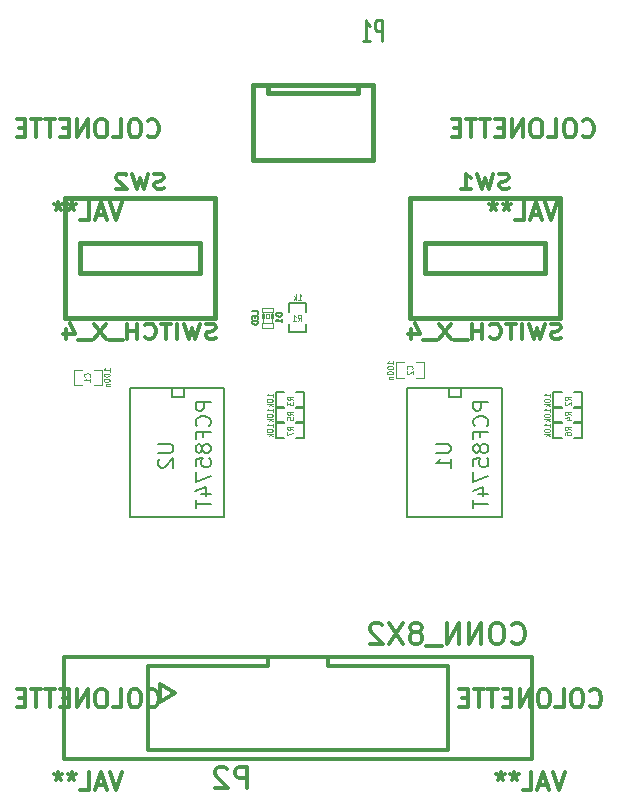
<source format=gbo>
G04 (created by PCBNEW (2013-07-07 BZR 4022)-stable) date dim. 09 mars 2014 21:57:11 CET*
%MOIN*%
G04 Gerber Fmt 3.4, Leading zero omitted, Abs format*
%FSLAX34Y34*%
G01*
G70*
G90*
G04 APERTURE LIST*
%ADD10C,0.00590551*%
%ADD11C,0.012*%
%ADD12C,0.015*%
%ADD13C,0.0026*%
%ADD14C,0.004*%
%ADD15C,0.0047*%
%ADD16C,0.005*%
%ADD17C,0.008*%
%ADD18C,0.0107*%
%ADD19C,0.0045*%
G04 APERTURE END LIST*
G54D10*
G54D11*
X15250Y-30800D02*
X15250Y-31100D01*
X15250Y-31100D02*
X11250Y-31100D01*
X11250Y-31100D02*
X11250Y-33900D01*
X11250Y-33900D02*
X21250Y-33900D01*
X21250Y-33900D02*
X21250Y-31100D01*
X21250Y-31100D02*
X17250Y-31100D01*
X17250Y-31100D02*
X17250Y-30800D01*
X8450Y-30800D02*
X8450Y-34200D01*
X8450Y-34200D02*
X24050Y-34200D01*
X24050Y-34200D02*
X24050Y-30800D01*
X24050Y-30800D02*
X8450Y-30800D01*
X12150Y-32000D02*
X11650Y-32300D01*
X11650Y-32300D02*
X11650Y-31700D01*
X11650Y-31700D02*
X12150Y-32000D01*
G54D12*
X15250Y-11750D02*
X15250Y-12000D01*
X15250Y-12000D02*
X18250Y-12000D01*
X18250Y-12000D02*
X18250Y-11750D01*
X18750Y-14250D02*
X14750Y-14250D01*
X14750Y-14250D02*
X14750Y-11750D01*
X14750Y-11750D02*
X18750Y-11750D01*
X18750Y-11750D02*
X18750Y-14250D01*
G54D13*
X15427Y-19323D02*
X15073Y-19323D01*
X15073Y-19323D02*
X15073Y-19166D01*
X15427Y-19166D02*
X15073Y-19166D01*
X15427Y-19323D02*
X15427Y-19166D01*
X15427Y-19834D02*
X15073Y-19834D01*
X15073Y-19834D02*
X15073Y-19677D01*
X15427Y-19677D02*
X15073Y-19677D01*
X15427Y-19834D02*
X15427Y-19677D01*
X15427Y-19500D02*
X15368Y-19500D01*
X15368Y-19500D02*
X15368Y-19382D01*
X15427Y-19382D02*
X15368Y-19382D01*
X15427Y-19500D02*
X15427Y-19382D01*
X15132Y-19500D02*
X15073Y-19500D01*
X15073Y-19500D02*
X15073Y-19382D01*
X15132Y-19382D02*
X15073Y-19382D01*
X15132Y-19500D02*
X15132Y-19382D01*
X15309Y-19500D02*
X15191Y-19500D01*
X15191Y-19500D02*
X15191Y-19382D01*
X15309Y-19382D02*
X15191Y-19382D01*
X15309Y-19500D02*
X15309Y-19382D01*
G54D14*
X15407Y-19323D02*
X15407Y-19677D01*
X15093Y-19323D02*
X15093Y-19677D01*
G54D15*
X20197Y-20994D02*
X20472Y-20994D01*
X19803Y-20994D02*
X19528Y-20994D01*
X20197Y-21506D02*
X20472Y-21506D01*
X19528Y-21506D02*
X19803Y-21506D01*
X20472Y-21500D02*
X20472Y-21000D01*
X19528Y-21000D02*
X19528Y-21500D01*
X9053Y-21756D02*
X8778Y-21756D01*
X9447Y-21756D02*
X9722Y-21756D01*
X9053Y-21244D02*
X8778Y-21244D01*
X9722Y-21244D02*
X9447Y-21244D01*
X8778Y-21250D02*
X8778Y-21750D01*
X9722Y-21750D02*
X9722Y-21250D01*
G54D16*
X15975Y-19303D02*
X15975Y-19025D01*
X15975Y-19025D02*
X16525Y-19025D01*
X16525Y-19025D02*
X16525Y-19303D01*
X15975Y-19975D02*
X15975Y-19697D01*
X15975Y-19975D02*
X16525Y-19975D01*
X16525Y-19975D02*
X16525Y-19697D01*
X15803Y-23525D02*
X15525Y-23525D01*
X15525Y-23525D02*
X15525Y-22975D01*
X15525Y-22975D02*
X15803Y-22975D01*
X16475Y-23525D02*
X16197Y-23525D01*
X16475Y-23525D02*
X16475Y-22975D01*
X16475Y-22975D02*
X16197Y-22975D01*
X15803Y-23025D02*
X15525Y-23025D01*
X15525Y-23025D02*
X15525Y-22475D01*
X15525Y-22475D02*
X15803Y-22475D01*
X16475Y-23025D02*
X16197Y-23025D01*
X16475Y-23025D02*
X16475Y-22475D01*
X16475Y-22475D02*
X16197Y-22475D01*
X15803Y-22525D02*
X15525Y-22525D01*
X15525Y-22525D02*
X15525Y-21975D01*
X15525Y-21975D02*
X15803Y-21975D01*
X16475Y-22525D02*
X16197Y-22525D01*
X16475Y-22525D02*
X16475Y-21975D01*
X16475Y-21975D02*
X16197Y-21975D01*
X25053Y-23525D02*
X24775Y-23525D01*
X24775Y-23525D02*
X24775Y-22975D01*
X24775Y-22975D02*
X25053Y-22975D01*
X25725Y-23525D02*
X25447Y-23525D01*
X25725Y-23525D02*
X25725Y-22975D01*
X25725Y-22975D02*
X25447Y-22975D01*
X25053Y-23025D02*
X24775Y-23025D01*
X24775Y-23025D02*
X24775Y-22475D01*
X24775Y-22475D02*
X25053Y-22475D01*
X25725Y-23025D02*
X25447Y-23025D01*
X25725Y-23025D02*
X25725Y-22475D01*
X25725Y-22475D02*
X25447Y-22475D01*
X25053Y-22525D02*
X24775Y-22525D01*
X24775Y-22525D02*
X24775Y-21975D01*
X24775Y-21975D02*
X25053Y-21975D01*
X25725Y-22525D02*
X25447Y-22525D01*
X25725Y-22525D02*
X25725Y-21975D01*
X25725Y-21975D02*
X25447Y-21975D01*
G54D17*
X13800Y-21850D02*
X10650Y-21850D01*
X10650Y-26150D02*
X13800Y-26150D01*
X10650Y-21850D02*
X10650Y-26150D01*
X13800Y-26150D02*
X13800Y-21850D01*
X12050Y-21850D02*
X12050Y-22150D01*
X12050Y-22150D02*
X12450Y-22150D01*
X12450Y-22150D02*
X12450Y-21850D01*
X23050Y-21850D02*
X19900Y-21850D01*
X19900Y-26150D02*
X23050Y-26150D01*
X19900Y-21850D02*
X19900Y-26150D01*
X23050Y-26150D02*
X23050Y-21850D01*
X21300Y-21850D02*
X21300Y-22150D01*
X21300Y-22150D02*
X21700Y-22150D01*
X21700Y-22150D02*
X21700Y-21850D01*
G54D12*
X13000Y-18000D02*
X13000Y-17000D01*
X13000Y-17000D02*
X9000Y-17000D01*
X9000Y-17000D02*
X9000Y-18000D01*
X9000Y-18000D02*
X13000Y-18000D01*
X8500Y-15500D02*
X8500Y-19500D01*
X8500Y-19500D02*
X13500Y-19500D01*
X13500Y-19500D02*
X13500Y-15500D01*
X13500Y-15500D02*
X8500Y-15500D01*
X24500Y-18000D02*
X24500Y-17000D01*
X24500Y-17000D02*
X20500Y-17000D01*
X20500Y-17000D02*
X20500Y-18000D01*
X20500Y-18000D02*
X24500Y-18000D01*
X20000Y-15500D02*
X20000Y-19500D01*
X20000Y-19500D02*
X25000Y-19500D01*
X25000Y-19500D02*
X25000Y-15500D01*
X25000Y-15500D02*
X20000Y-15500D01*
G54D11*
X14566Y-35183D02*
X14566Y-34483D01*
X14299Y-34483D01*
X14233Y-34516D01*
X14199Y-34550D01*
X14166Y-34616D01*
X14166Y-34716D01*
X14199Y-34783D01*
X14233Y-34816D01*
X14299Y-34850D01*
X14566Y-34850D01*
X13899Y-34550D02*
X13866Y-34516D01*
X13799Y-34483D01*
X13633Y-34483D01*
X13566Y-34516D01*
X13533Y-34550D01*
X13499Y-34616D01*
X13499Y-34683D01*
X13533Y-34783D01*
X13933Y-35183D01*
X13499Y-35183D01*
X23400Y-30316D02*
X23433Y-30350D01*
X23533Y-30383D01*
X23600Y-30383D01*
X23700Y-30350D01*
X23766Y-30283D01*
X23800Y-30216D01*
X23833Y-30083D01*
X23833Y-29983D01*
X23800Y-29850D01*
X23766Y-29783D01*
X23700Y-29716D01*
X23600Y-29683D01*
X23533Y-29683D01*
X23433Y-29716D01*
X23400Y-29750D01*
X22966Y-29683D02*
X22833Y-29683D01*
X22766Y-29716D01*
X22700Y-29783D01*
X22666Y-29916D01*
X22666Y-30150D01*
X22700Y-30283D01*
X22766Y-30350D01*
X22833Y-30383D01*
X22966Y-30383D01*
X23033Y-30350D01*
X23100Y-30283D01*
X23133Y-30150D01*
X23133Y-29916D01*
X23100Y-29783D01*
X23033Y-29716D01*
X22966Y-29683D01*
X22366Y-30383D02*
X22366Y-29683D01*
X21966Y-30383D01*
X21966Y-29683D01*
X21633Y-30383D02*
X21633Y-29683D01*
X21233Y-30383D01*
X21233Y-29683D01*
X21066Y-30450D02*
X20533Y-30450D01*
X20266Y-29983D02*
X20333Y-29950D01*
X20366Y-29916D01*
X20399Y-29850D01*
X20399Y-29816D01*
X20366Y-29750D01*
X20333Y-29716D01*
X20266Y-29683D01*
X20133Y-29683D01*
X20066Y-29716D01*
X20033Y-29750D01*
X19999Y-29816D01*
X19999Y-29850D01*
X20033Y-29916D01*
X20066Y-29950D01*
X20133Y-29983D01*
X20266Y-29983D01*
X20333Y-30016D01*
X20366Y-30050D01*
X20399Y-30116D01*
X20399Y-30250D01*
X20366Y-30316D01*
X20333Y-30350D01*
X20266Y-30383D01*
X20133Y-30383D01*
X20066Y-30350D01*
X20033Y-30316D01*
X19999Y-30250D01*
X19999Y-30116D01*
X20033Y-30050D01*
X20066Y-30016D01*
X20133Y-29983D01*
X19766Y-29683D02*
X19299Y-30383D01*
X19299Y-29683D02*
X19766Y-30383D01*
X19066Y-29750D02*
X19033Y-29716D01*
X18966Y-29683D01*
X18799Y-29683D01*
X18733Y-29716D01*
X18699Y-29750D01*
X18666Y-29816D01*
X18666Y-29883D01*
X18699Y-29983D01*
X19099Y-30383D01*
X18666Y-30383D01*
X11249Y-13435D02*
X11278Y-13464D01*
X11364Y-13492D01*
X11421Y-13492D01*
X11507Y-13464D01*
X11564Y-13407D01*
X11592Y-13350D01*
X11621Y-13235D01*
X11621Y-13150D01*
X11592Y-13035D01*
X11564Y-12978D01*
X11507Y-12921D01*
X11421Y-12892D01*
X11364Y-12892D01*
X11278Y-12921D01*
X11249Y-12950D01*
X10878Y-12892D02*
X10764Y-12892D01*
X10707Y-12921D01*
X10649Y-12978D01*
X10621Y-13092D01*
X10621Y-13292D01*
X10649Y-13407D01*
X10707Y-13464D01*
X10764Y-13492D01*
X10878Y-13492D01*
X10935Y-13464D01*
X10992Y-13407D01*
X11021Y-13292D01*
X11021Y-13092D01*
X10992Y-12978D01*
X10935Y-12921D01*
X10878Y-12892D01*
X10078Y-13492D02*
X10364Y-13492D01*
X10364Y-12892D01*
X9764Y-12892D02*
X9649Y-12892D01*
X9592Y-12921D01*
X9535Y-12978D01*
X9507Y-13092D01*
X9507Y-13292D01*
X9535Y-13407D01*
X9592Y-13464D01*
X9649Y-13492D01*
X9764Y-13492D01*
X9821Y-13464D01*
X9878Y-13407D01*
X9907Y-13292D01*
X9907Y-13092D01*
X9878Y-12978D01*
X9821Y-12921D01*
X9764Y-12892D01*
X9250Y-13492D02*
X9250Y-12892D01*
X8907Y-13492D01*
X8907Y-12892D01*
X8621Y-13178D02*
X8421Y-13178D01*
X8335Y-13492D02*
X8621Y-13492D01*
X8621Y-12892D01*
X8335Y-12892D01*
X8164Y-12892D02*
X7821Y-12892D01*
X7992Y-13492D02*
X7992Y-12892D01*
X7707Y-12892D02*
X7364Y-12892D01*
X7535Y-13492D02*
X7535Y-12892D01*
X7164Y-13178D02*
X6964Y-13178D01*
X6878Y-13492D02*
X7164Y-13492D01*
X7164Y-12892D01*
X6878Y-12892D01*
X10407Y-15642D02*
X10207Y-16242D01*
X10007Y-15642D01*
X9835Y-16071D02*
X9550Y-16071D01*
X9892Y-16242D02*
X9692Y-15642D01*
X9492Y-16242D01*
X9007Y-16242D02*
X9292Y-16242D01*
X9292Y-15642D01*
X8721Y-15642D02*
X8721Y-15785D01*
X8864Y-15728D02*
X8721Y-15785D01*
X8578Y-15728D01*
X8807Y-15900D02*
X8721Y-15785D01*
X8635Y-15900D01*
X8264Y-15642D02*
X8264Y-15785D01*
X8407Y-15728D02*
X8264Y-15785D01*
X8121Y-15728D01*
X8350Y-15900D02*
X8264Y-15785D01*
X8178Y-15900D01*
X25749Y-13435D02*
X25778Y-13464D01*
X25864Y-13492D01*
X25921Y-13492D01*
X26007Y-13464D01*
X26064Y-13407D01*
X26092Y-13350D01*
X26121Y-13235D01*
X26121Y-13150D01*
X26092Y-13035D01*
X26064Y-12978D01*
X26007Y-12921D01*
X25921Y-12892D01*
X25864Y-12892D01*
X25778Y-12921D01*
X25749Y-12950D01*
X25378Y-12892D02*
X25264Y-12892D01*
X25207Y-12921D01*
X25149Y-12978D01*
X25121Y-13092D01*
X25121Y-13292D01*
X25149Y-13407D01*
X25207Y-13464D01*
X25264Y-13492D01*
X25378Y-13492D01*
X25435Y-13464D01*
X25492Y-13407D01*
X25521Y-13292D01*
X25521Y-13092D01*
X25492Y-12978D01*
X25435Y-12921D01*
X25378Y-12892D01*
X24578Y-13492D02*
X24864Y-13492D01*
X24864Y-12892D01*
X24264Y-12892D02*
X24149Y-12892D01*
X24092Y-12921D01*
X24035Y-12978D01*
X24007Y-13092D01*
X24007Y-13292D01*
X24035Y-13407D01*
X24092Y-13464D01*
X24149Y-13492D01*
X24264Y-13492D01*
X24321Y-13464D01*
X24378Y-13407D01*
X24407Y-13292D01*
X24407Y-13092D01*
X24378Y-12978D01*
X24321Y-12921D01*
X24264Y-12892D01*
X23750Y-13492D02*
X23750Y-12892D01*
X23407Y-13492D01*
X23407Y-12892D01*
X23121Y-13178D02*
X22921Y-13178D01*
X22835Y-13492D02*
X23121Y-13492D01*
X23121Y-12892D01*
X22835Y-12892D01*
X22664Y-12892D02*
X22321Y-12892D01*
X22492Y-13492D02*
X22492Y-12892D01*
X22207Y-12892D02*
X21864Y-12892D01*
X22035Y-13492D02*
X22035Y-12892D01*
X21664Y-13178D02*
X21464Y-13178D01*
X21378Y-13492D02*
X21664Y-13492D01*
X21664Y-12892D01*
X21378Y-12892D01*
X24907Y-15642D02*
X24707Y-16242D01*
X24507Y-15642D01*
X24335Y-16071D02*
X24050Y-16071D01*
X24392Y-16242D02*
X24192Y-15642D01*
X23992Y-16242D01*
X23507Y-16242D02*
X23792Y-16242D01*
X23792Y-15642D01*
X23221Y-15642D02*
X23221Y-15785D01*
X23364Y-15728D02*
X23221Y-15785D01*
X23078Y-15728D01*
X23307Y-15900D02*
X23221Y-15785D01*
X23135Y-15900D01*
X22764Y-15642D02*
X22764Y-15785D01*
X22907Y-15728D02*
X22764Y-15785D01*
X22621Y-15728D01*
X22850Y-15900D02*
X22764Y-15785D01*
X22678Y-15900D01*
X11249Y-32435D02*
X11278Y-32464D01*
X11364Y-32492D01*
X11421Y-32492D01*
X11507Y-32464D01*
X11564Y-32407D01*
X11592Y-32350D01*
X11621Y-32235D01*
X11621Y-32150D01*
X11592Y-32035D01*
X11564Y-31978D01*
X11507Y-31921D01*
X11421Y-31892D01*
X11364Y-31892D01*
X11278Y-31921D01*
X11249Y-31950D01*
X10878Y-31892D02*
X10764Y-31892D01*
X10707Y-31921D01*
X10649Y-31978D01*
X10621Y-32092D01*
X10621Y-32292D01*
X10649Y-32407D01*
X10707Y-32464D01*
X10764Y-32492D01*
X10878Y-32492D01*
X10935Y-32464D01*
X10992Y-32407D01*
X11021Y-32292D01*
X11021Y-32092D01*
X10992Y-31978D01*
X10935Y-31921D01*
X10878Y-31892D01*
X10078Y-32492D02*
X10364Y-32492D01*
X10364Y-31892D01*
X9764Y-31892D02*
X9649Y-31892D01*
X9592Y-31921D01*
X9535Y-31978D01*
X9507Y-32092D01*
X9507Y-32292D01*
X9535Y-32407D01*
X9592Y-32464D01*
X9649Y-32492D01*
X9764Y-32492D01*
X9821Y-32464D01*
X9878Y-32407D01*
X9907Y-32292D01*
X9907Y-32092D01*
X9878Y-31978D01*
X9821Y-31921D01*
X9764Y-31892D01*
X9250Y-32492D02*
X9250Y-31892D01*
X8907Y-32492D01*
X8907Y-31892D01*
X8621Y-32178D02*
X8421Y-32178D01*
X8335Y-32492D02*
X8621Y-32492D01*
X8621Y-31892D01*
X8335Y-31892D01*
X8164Y-31892D02*
X7821Y-31892D01*
X7992Y-32492D02*
X7992Y-31892D01*
X7707Y-31892D02*
X7364Y-31892D01*
X7535Y-32492D02*
X7535Y-31892D01*
X7164Y-32178D02*
X6964Y-32178D01*
X6878Y-32492D02*
X7164Y-32492D01*
X7164Y-31892D01*
X6878Y-31892D01*
X10407Y-34642D02*
X10207Y-35242D01*
X10007Y-34642D01*
X9835Y-35071D02*
X9550Y-35071D01*
X9892Y-35242D02*
X9692Y-34642D01*
X9492Y-35242D01*
X9007Y-35242D02*
X9292Y-35242D01*
X9292Y-34642D01*
X8721Y-34642D02*
X8721Y-34785D01*
X8864Y-34728D02*
X8721Y-34785D01*
X8578Y-34728D01*
X8807Y-34900D02*
X8721Y-34785D01*
X8635Y-34900D01*
X8264Y-34642D02*
X8264Y-34785D01*
X8407Y-34728D02*
X8264Y-34785D01*
X8121Y-34728D01*
X8350Y-34900D02*
X8264Y-34785D01*
X8178Y-34900D01*
X25999Y-32435D02*
X26028Y-32464D01*
X26114Y-32492D01*
X26171Y-32492D01*
X26257Y-32464D01*
X26314Y-32407D01*
X26342Y-32350D01*
X26371Y-32235D01*
X26371Y-32150D01*
X26342Y-32035D01*
X26314Y-31978D01*
X26257Y-31921D01*
X26171Y-31892D01*
X26114Y-31892D01*
X26028Y-31921D01*
X25999Y-31950D01*
X25628Y-31892D02*
X25514Y-31892D01*
X25457Y-31921D01*
X25399Y-31978D01*
X25371Y-32092D01*
X25371Y-32292D01*
X25399Y-32407D01*
X25457Y-32464D01*
X25514Y-32492D01*
X25628Y-32492D01*
X25685Y-32464D01*
X25742Y-32407D01*
X25771Y-32292D01*
X25771Y-32092D01*
X25742Y-31978D01*
X25685Y-31921D01*
X25628Y-31892D01*
X24828Y-32492D02*
X25114Y-32492D01*
X25114Y-31892D01*
X24514Y-31892D02*
X24399Y-31892D01*
X24342Y-31921D01*
X24285Y-31978D01*
X24257Y-32092D01*
X24257Y-32292D01*
X24285Y-32407D01*
X24342Y-32464D01*
X24399Y-32492D01*
X24514Y-32492D01*
X24571Y-32464D01*
X24628Y-32407D01*
X24657Y-32292D01*
X24657Y-32092D01*
X24628Y-31978D01*
X24571Y-31921D01*
X24514Y-31892D01*
X24000Y-32492D02*
X24000Y-31892D01*
X23657Y-32492D01*
X23657Y-31892D01*
X23371Y-32178D02*
X23171Y-32178D01*
X23085Y-32492D02*
X23371Y-32492D01*
X23371Y-31892D01*
X23085Y-31892D01*
X22914Y-31892D02*
X22571Y-31892D01*
X22742Y-32492D02*
X22742Y-31892D01*
X22457Y-31892D02*
X22114Y-31892D01*
X22285Y-32492D02*
X22285Y-31892D01*
X21914Y-32178D02*
X21714Y-32178D01*
X21628Y-32492D02*
X21914Y-32492D01*
X21914Y-31892D01*
X21628Y-31892D01*
X25157Y-34642D02*
X24957Y-35242D01*
X24757Y-34642D01*
X24585Y-35071D02*
X24300Y-35071D01*
X24642Y-35242D02*
X24442Y-34642D01*
X24242Y-35242D01*
X23757Y-35242D02*
X24042Y-35242D01*
X24042Y-34642D01*
X23471Y-34642D02*
X23471Y-34785D01*
X23614Y-34728D02*
X23471Y-34785D01*
X23328Y-34728D01*
X23557Y-34900D02*
X23471Y-34785D01*
X23385Y-34900D01*
X23014Y-34642D02*
X23014Y-34785D01*
X23157Y-34728D02*
X23014Y-34785D01*
X22871Y-34728D01*
X23100Y-34900D02*
X23014Y-34785D01*
X22928Y-34900D01*
G54D18*
X19065Y-10276D02*
X19065Y-9593D01*
X18902Y-9593D01*
X18862Y-9625D01*
X18841Y-9658D01*
X18821Y-9723D01*
X18821Y-9821D01*
X18841Y-9886D01*
X18862Y-9918D01*
X18902Y-9951D01*
X19065Y-9951D01*
X18413Y-10276D02*
X18658Y-10276D01*
X18536Y-10276D02*
X18536Y-9593D01*
X18576Y-9691D01*
X18617Y-9756D01*
X18658Y-9788D01*
G54D16*
X15730Y-19352D02*
X15530Y-19352D01*
X15530Y-19400D01*
X15540Y-19428D01*
X15559Y-19447D01*
X15578Y-19457D01*
X15616Y-19466D01*
X15645Y-19466D01*
X15683Y-19457D01*
X15702Y-19447D01*
X15721Y-19428D01*
X15730Y-19400D01*
X15730Y-19352D01*
X15730Y-19657D02*
X15730Y-19542D01*
X15730Y-19600D02*
X15530Y-19600D01*
X15559Y-19580D01*
X15578Y-19561D01*
X15588Y-19542D01*
X14930Y-19371D02*
X14930Y-19276D01*
X14730Y-19276D01*
X14826Y-19438D02*
X14826Y-19504D01*
X14930Y-19533D02*
X14930Y-19438D01*
X14730Y-19438D01*
X14730Y-19533D01*
X14930Y-19619D02*
X14730Y-19619D01*
X14730Y-19666D01*
X14740Y-19695D01*
X14759Y-19714D01*
X14778Y-19723D01*
X14816Y-19733D01*
X14845Y-19733D01*
X14883Y-19723D01*
X14902Y-19714D01*
X14921Y-19695D01*
X14930Y-19666D01*
X14930Y-19619D01*
G54D19*
X20061Y-21220D02*
X20071Y-21211D01*
X20080Y-21185D01*
X20080Y-21168D01*
X20071Y-21142D01*
X20052Y-21125D01*
X20033Y-21117D01*
X19995Y-21108D01*
X19966Y-21108D01*
X19928Y-21117D01*
X19909Y-21125D01*
X19890Y-21142D01*
X19880Y-21168D01*
X19880Y-21185D01*
X19890Y-21211D01*
X19900Y-21220D01*
X19900Y-21288D02*
X19890Y-21297D01*
X19880Y-21314D01*
X19880Y-21357D01*
X19890Y-21374D01*
X19900Y-21382D01*
X19919Y-21391D01*
X19938Y-21391D01*
X19966Y-21382D01*
X20080Y-21280D01*
X20080Y-21391D01*
X19430Y-21048D02*
X19430Y-20945D01*
X19430Y-20997D02*
X19230Y-20997D01*
X19259Y-20979D01*
X19278Y-20962D01*
X19288Y-20945D01*
X19230Y-21160D02*
X19230Y-21177D01*
X19240Y-21194D01*
X19250Y-21202D01*
X19269Y-21211D01*
X19307Y-21220D01*
X19354Y-21220D01*
X19392Y-21211D01*
X19411Y-21202D01*
X19421Y-21194D01*
X19430Y-21177D01*
X19430Y-21160D01*
X19421Y-21142D01*
X19411Y-21134D01*
X19392Y-21125D01*
X19354Y-21117D01*
X19307Y-21117D01*
X19269Y-21125D01*
X19250Y-21134D01*
X19240Y-21142D01*
X19230Y-21160D01*
X19230Y-21331D02*
X19230Y-21348D01*
X19240Y-21365D01*
X19250Y-21374D01*
X19269Y-21382D01*
X19307Y-21391D01*
X19354Y-21391D01*
X19392Y-21382D01*
X19411Y-21374D01*
X19421Y-21365D01*
X19430Y-21348D01*
X19430Y-21331D01*
X19421Y-21314D01*
X19411Y-21305D01*
X19392Y-21297D01*
X19354Y-21288D01*
X19307Y-21288D01*
X19269Y-21297D01*
X19250Y-21305D01*
X19240Y-21314D01*
X19230Y-21331D01*
X19297Y-21468D02*
X19430Y-21468D01*
X19316Y-21468D02*
X19307Y-21477D01*
X19297Y-21494D01*
X19297Y-21520D01*
X19307Y-21537D01*
X19326Y-21545D01*
X19430Y-21545D01*
X9311Y-21470D02*
X9321Y-21461D01*
X9330Y-21435D01*
X9330Y-21418D01*
X9321Y-21392D01*
X9302Y-21375D01*
X9283Y-21367D01*
X9245Y-21358D01*
X9216Y-21358D01*
X9178Y-21367D01*
X9159Y-21375D01*
X9140Y-21392D01*
X9130Y-21418D01*
X9130Y-21435D01*
X9140Y-21461D01*
X9150Y-21470D01*
X9330Y-21641D02*
X9330Y-21538D01*
X9330Y-21590D02*
X9130Y-21590D01*
X9159Y-21572D01*
X9178Y-21555D01*
X9188Y-21538D01*
X9980Y-21298D02*
X9980Y-21195D01*
X9980Y-21247D02*
X9780Y-21247D01*
X9809Y-21229D01*
X9828Y-21212D01*
X9838Y-21195D01*
X9780Y-21410D02*
X9780Y-21427D01*
X9790Y-21444D01*
X9800Y-21452D01*
X9819Y-21461D01*
X9857Y-21470D01*
X9904Y-21470D01*
X9942Y-21461D01*
X9961Y-21452D01*
X9971Y-21444D01*
X9980Y-21427D01*
X9980Y-21410D01*
X9971Y-21392D01*
X9961Y-21384D01*
X9942Y-21375D01*
X9904Y-21367D01*
X9857Y-21367D01*
X9819Y-21375D01*
X9800Y-21384D01*
X9790Y-21392D01*
X9780Y-21410D01*
X9780Y-21581D02*
X9780Y-21598D01*
X9790Y-21615D01*
X9800Y-21624D01*
X9819Y-21632D01*
X9857Y-21641D01*
X9904Y-21641D01*
X9942Y-21632D01*
X9961Y-21624D01*
X9971Y-21615D01*
X9980Y-21598D01*
X9980Y-21581D01*
X9971Y-21564D01*
X9961Y-21555D01*
X9942Y-21547D01*
X9904Y-21538D01*
X9857Y-21538D01*
X9819Y-21547D01*
X9800Y-21555D01*
X9790Y-21564D01*
X9780Y-21581D01*
X9847Y-21718D02*
X9980Y-21718D01*
X9866Y-21718D02*
X9857Y-21727D01*
X9847Y-21744D01*
X9847Y-21770D01*
X9857Y-21787D01*
X9876Y-21795D01*
X9980Y-21795D01*
X16255Y-19604D02*
X16315Y-19510D01*
X16357Y-19604D02*
X16357Y-19407D01*
X16289Y-19407D01*
X16272Y-19417D01*
X16263Y-19426D01*
X16255Y-19445D01*
X16255Y-19473D01*
X16263Y-19492D01*
X16272Y-19501D01*
X16289Y-19510D01*
X16357Y-19510D01*
X16083Y-19604D02*
X16186Y-19604D01*
X16135Y-19604D02*
X16135Y-19407D01*
X16152Y-19435D01*
X16169Y-19454D01*
X16186Y-19464D01*
X16271Y-18911D02*
X16374Y-18911D01*
X16322Y-18911D02*
X16322Y-18711D01*
X16340Y-18740D01*
X16357Y-18759D01*
X16374Y-18769D01*
X16194Y-18911D02*
X16194Y-18711D01*
X16177Y-18835D02*
X16125Y-18911D01*
X16125Y-18778D02*
X16194Y-18854D01*
X16104Y-23245D02*
X16010Y-23185D01*
X16104Y-23142D02*
X15907Y-23142D01*
X15907Y-23210D01*
X15917Y-23227D01*
X15926Y-23236D01*
X15945Y-23245D01*
X15973Y-23245D01*
X15992Y-23236D01*
X16001Y-23227D01*
X16010Y-23210D01*
X16010Y-23142D01*
X15907Y-23305D02*
X15907Y-23425D01*
X16104Y-23347D01*
X15411Y-23142D02*
X15411Y-23040D01*
X15411Y-23091D02*
X15211Y-23091D01*
X15240Y-23074D01*
X15259Y-23057D01*
X15269Y-23040D01*
X15211Y-23254D02*
X15211Y-23271D01*
X15221Y-23288D01*
X15231Y-23297D01*
X15250Y-23305D01*
X15288Y-23314D01*
X15335Y-23314D01*
X15373Y-23305D01*
X15392Y-23297D01*
X15402Y-23288D01*
X15411Y-23271D01*
X15411Y-23254D01*
X15402Y-23237D01*
X15392Y-23228D01*
X15373Y-23220D01*
X15335Y-23211D01*
X15288Y-23211D01*
X15250Y-23220D01*
X15231Y-23228D01*
X15221Y-23237D01*
X15211Y-23254D01*
X15411Y-23391D02*
X15211Y-23391D01*
X15335Y-23408D02*
X15411Y-23460D01*
X15278Y-23460D02*
X15354Y-23391D01*
X16104Y-22745D02*
X16010Y-22685D01*
X16104Y-22642D02*
X15907Y-22642D01*
X15907Y-22710D01*
X15917Y-22727D01*
X15926Y-22736D01*
X15945Y-22745D01*
X15973Y-22745D01*
X15992Y-22736D01*
X16001Y-22727D01*
X16010Y-22710D01*
X16010Y-22642D01*
X15907Y-22907D02*
X15907Y-22822D01*
X16001Y-22813D01*
X15992Y-22822D01*
X15982Y-22839D01*
X15982Y-22882D01*
X15992Y-22899D01*
X16001Y-22907D01*
X16020Y-22916D01*
X16067Y-22916D01*
X16085Y-22907D01*
X16095Y-22899D01*
X16104Y-22882D01*
X16104Y-22839D01*
X16095Y-22822D01*
X16085Y-22813D01*
X15411Y-22642D02*
X15411Y-22540D01*
X15411Y-22591D02*
X15211Y-22591D01*
X15240Y-22574D01*
X15259Y-22557D01*
X15269Y-22540D01*
X15211Y-22754D02*
X15211Y-22771D01*
X15221Y-22788D01*
X15231Y-22797D01*
X15250Y-22805D01*
X15288Y-22814D01*
X15335Y-22814D01*
X15373Y-22805D01*
X15392Y-22797D01*
X15402Y-22788D01*
X15411Y-22771D01*
X15411Y-22754D01*
X15402Y-22737D01*
X15392Y-22728D01*
X15373Y-22720D01*
X15335Y-22711D01*
X15288Y-22711D01*
X15250Y-22720D01*
X15231Y-22728D01*
X15221Y-22737D01*
X15211Y-22754D01*
X15411Y-22891D02*
X15211Y-22891D01*
X15335Y-22908D02*
X15411Y-22960D01*
X15278Y-22960D02*
X15354Y-22891D01*
X16104Y-22245D02*
X16010Y-22185D01*
X16104Y-22142D02*
X15907Y-22142D01*
X15907Y-22210D01*
X15917Y-22227D01*
X15926Y-22236D01*
X15945Y-22245D01*
X15973Y-22245D01*
X15992Y-22236D01*
X16001Y-22227D01*
X16010Y-22210D01*
X16010Y-22142D01*
X15907Y-22305D02*
X15907Y-22416D01*
X15982Y-22356D01*
X15982Y-22382D01*
X15992Y-22399D01*
X16001Y-22407D01*
X16020Y-22416D01*
X16067Y-22416D01*
X16085Y-22407D01*
X16095Y-22399D01*
X16104Y-22382D01*
X16104Y-22330D01*
X16095Y-22313D01*
X16085Y-22305D01*
X15411Y-22142D02*
X15411Y-22040D01*
X15411Y-22091D02*
X15211Y-22091D01*
X15240Y-22074D01*
X15259Y-22057D01*
X15269Y-22040D01*
X15211Y-22254D02*
X15211Y-22271D01*
X15221Y-22288D01*
X15231Y-22297D01*
X15250Y-22305D01*
X15288Y-22314D01*
X15335Y-22314D01*
X15373Y-22305D01*
X15392Y-22297D01*
X15402Y-22288D01*
X15411Y-22271D01*
X15411Y-22254D01*
X15402Y-22237D01*
X15392Y-22228D01*
X15373Y-22220D01*
X15335Y-22211D01*
X15288Y-22211D01*
X15250Y-22220D01*
X15231Y-22228D01*
X15221Y-22237D01*
X15211Y-22254D01*
X15411Y-22391D02*
X15211Y-22391D01*
X15335Y-22408D02*
X15411Y-22460D01*
X15278Y-22460D02*
X15354Y-22391D01*
X25354Y-23245D02*
X25260Y-23185D01*
X25354Y-23142D02*
X25157Y-23142D01*
X25157Y-23210D01*
X25167Y-23227D01*
X25176Y-23236D01*
X25195Y-23245D01*
X25223Y-23245D01*
X25242Y-23236D01*
X25251Y-23227D01*
X25260Y-23210D01*
X25260Y-23142D01*
X25157Y-23399D02*
X25157Y-23365D01*
X25167Y-23347D01*
X25176Y-23339D01*
X25204Y-23322D01*
X25242Y-23313D01*
X25317Y-23313D01*
X25335Y-23322D01*
X25345Y-23330D01*
X25354Y-23347D01*
X25354Y-23382D01*
X25345Y-23399D01*
X25335Y-23407D01*
X25317Y-23416D01*
X25270Y-23416D01*
X25251Y-23407D01*
X25242Y-23399D01*
X25232Y-23382D01*
X25232Y-23347D01*
X25242Y-23330D01*
X25251Y-23322D01*
X25270Y-23313D01*
X24661Y-23142D02*
X24661Y-23040D01*
X24661Y-23091D02*
X24461Y-23091D01*
X24490Y-23074D01*
X24509Y-23057D01*
X24519Y-23040D01*
X24461Y-23254D02*
X24461Y-23271D01*
X24471Y-23288D01*
X24481Y-23297D01*
X24500Y-23305D01*
X24538Y-23314D01*
X24585Y-23314D01*
X24623Y-23305D01*
X24642Y-23297D01*
X24652Y-23288D01*
X24661Y-23271D01*
X24661Y-23254D01*
X24652Y-23237D01*
X24642Y-23228D01*
X24623Y-23220D01*
X24585Y-23211D01*
X24538Y-23211D01*
X24500Y-23220D01*
X24481Y-23228D01*
X24471Y-23237D01*
X24461Y-23254D01*
X24661Y-23391D02*
X24461Y-23391D01*
X24585Y-23408D02*
X24661Y-23460D01*
X24528Y-23460D02*
X24604Y-23391D01*
X25354Y-22745D02*
X25260Y-22685D01*
X25354Y-22642D02*
X25157Y-22642D01*
X25157Y-22710D01*
X25167Y-22727D01*
X25176Y-22736D01*
X25195Y-22745D01*
X25223Y-22745D01*
X25242Y-22736D01*
X25251Y-22727D01*
X25260Y-22710D01*
X25260Y-22642D01*
X25223Y-22899D02*
X25354Y-22899D01*
X25148Y-22856D02*
X25289Y-22813D01*
X25289Y-22925D01*
X24661Y-22642D02*
X24661Y-22540D01*
X24661Y-22591D02*
X24461Y-22591D01*
X24490Y-22574D01*
X24509Y-22557D01*
X24519Y-22540D01*
X24461Y-22754D02*
X24461Y-22771D01*
X24471Y-22788D01*
X24481Y-22797D01*
X24500Y-22805D01*
X24538Y-22814D01*
X24585Y-22814D01*
X24623Y-22805D01*
X24642Y-22797D01*
X24652Y-22788D01*
X24661Y-22771D01*
X24661Y-22754D01*
X24652Y-22737D01*
X24642Y-22728D01*
X24623Y-22720D01*
X24585Y-22711D01*
X24538Y-22711D01*
X24500Y-22720D01*
X24481Y-22728D01*
X24471Y-22737D01*
X24461Y-22754D01*
X24661Y-22891D02*
X24461Y-22891D01*
X24585Y-22908D02*
X24661Y-22960D01*
X24528Y-22960D02*
X24604Y-22891D01*
X25354Y-22245D02*
X25260Y-22185D01*
X25354Y-22142D02*
X25157Y-22142D01*
X25157Y-22210D01*
X25167Y-22227D01*
X25176Y-22236D01*
X25195Y-22245D01*
X25223Y-22245D01*
X25242Y-22236D01*
X25251Y-22227D01*
X25260Y-22210D01*
X25260Y-22142D01*
X25176Y-22313D02*
X25167Y-22322D01*
X25157Y-22339D01*
X25157Y-22382D01*
X25167Y-22399D01*
X25176Y-22407D01*
X25195Y-22416D01*
X25214Y-22416D01*
X25242Y-22407D01*
X25354Y-22305D01*
X25354Y-22416D01*
X24661Y-22142D02*
X24661Y-22040D01*
X24661Y-22091D02*
X24461Y-22091D01*
X24490Y-22074D01*
X24509Y-22057D01*
X24519Y-22040D01*
X24461Y-22254D02*
X24461Y-22271D01*
X24471Y-22288D01*
X24481Y-22297D01*
X24500Y-22305D01*
X24538Y-22314D01*
X24585Y-22314D01*
X24623Y-22305D01*
X24642Y-22297D01*
X24652Y-22288D01*
X24661Y-22271D01*
X24661Y-22254D01*
X24652Y-22237D01*
X24642Y-22228D01*
X24623Y-22220D01*
X24585Y-22211D01*
X24538Y-22211D01*
X24500Y-22220D01*
X24481Y-22228D01*
X24471Y-22237D01*
X24461Y-22254D01*
X24661Y-22391D02*
X24461Y-22391D01*
X24585Y-22408D02*
X24661Y-22460D01*
X24528Y-22460D02*
X24604Y-22391D01*
G54D16*
X11602Y-23719D02*
X12007Y-23719D01*
X12054Y-23742D01*
X12078Y-23766D01*
X12102Y-23814D01*
X12102Y-23909D01*
X12078Y-23957D01*
X12054Y-23980D01*
X12007Y-24004D01*
X11602Y-24004D01*
X11650Y-24219D02*
X11626Y-24242D01*
X11602Y-24290D01*
X11602Y-24409D01*
X11626Y-24457D01*
X11650Y-24480D01*
X11697Y-24504D01*
X11745Y-24504D01*
X11816Y-24480D01*
X12102Y-24195D01*
X12102Y-24504D01*
X13352Y-22311D02*
X12852Y-22311D01*
X12852Y-22502D01*
X12876Y-22550D01*
X12900Y-22573D01*
X12947Y-22597D01*
X13019Y-22597D01*
X13066Y-22573D01*
X13090Y-22550D01*
X13114Y-22502D01*
X13114Y-22311D01*
X13304Y-23097D02*
X13328Y-23073D01*
X13352Y-23002D01*
X13352Y-22954D01*
X13328Y-22883D01*
X13280Y-22835D01*
X13233Y-22811D01*
X13138Y-22788D01*
X13066Y-22788D01*
X12971Y-22811D01*
X12923Y-22835D01*
X12876Y-22883D01*
X12852Y-22954D01*
X12852Y-23002D01*
X12876Y-23073D01*
X12900Y-23097D01*
X13090Y-23478D02*
X13090Y-23311D01*
X13352Y-23311D02*
X12852Y-23311D01*
X12852Y-23550D01*
X13066Y-23811D02*
X13042Y-23764D01*
X13019Y-23740D01*
X12971Y-23716D01*
X12947Y-23716D01*
X12900Y-23740D01*
X12876Y-23764D01*
X12852Y-23811D01*
X12852Y-23907D01*
X12876Y-23954D01*
X12900Y-23978D01*
X12947Y-24002D01*
X12971Y-24002D01*
X13019Y-23978D01*
X13042Y-23954D01*
X13066Y-23907D01*
X13066Y-23811D01*
X13090Y-23764D01*
X13114Y-23740D01*
X13161Y-23716D01*
X13257Y-23716D01*
X13304Y-23740D01*
X13328Y-23764D01*
X13352Y-23811D01*
X13352Y-23907D01*
X13328Y-23954D01*
X13304Y-23978D01*
X13257Y-24002D01*
X13161Y-24002D01*
X13114Y-23978D01*
X13090Y-23954D01*
X13066Y-23907D01*
X12852Y-24454D02*
X12852Y-24216D01*
X13090Y-24192D01*
X13066Y-24216D01*
X13042Y-24264D01*
X13042Y-24383D01*
X13066Y-24430D01*
X13090Y-24454D01*
X13138Y-24478D01*
X13257Y-24478D01*
X13304Y-24454D01*
X13328Y-24430D01*
X13352Y-24383D01*
X13352Y-24264D01*
X13328Y-24216D01*
X13304Y-24192D01*
X12852Y-24645D02*
X12852Y-24978D01*
X13352Y-24764D01*
X13019Y-25383D02*
X13352Y-25383D01*
X12828Y-25264D02*
X13185Y-25145D01*
X13185Y-25454D01*
X12852Y-25573D02*
X12852Y-25859D01*
X13352Y-25716D02*
X12852Y-25716D01*
X20852Y-23719D02*
X21257Y-23719D01*
X21304Y-23742D01*
X21328Y-23766D01*
X21352Y-23814D01*
X21352Y-23909D01*
X21328Y-23957D01*
X21304Y-23980D01*
X21257Y-24004D01*
X20852Y-24004D01*
X21352Y-24504D02*
X21352Y-24219D01*
X21352Y-24361D02*
X20852Y-24361D01*
X20923Y-24314D01*
X20971Y-24266D01*
X20995Y-24219D01*
X22602Y-22311D02*
X22102Y-22311D01*
X22102Y-22502D01*
X22126Y-22550D01*
X22150Y-22573D01*
X22197Y-22597D01*
X22269Y-22597D01*
X22316Y-22573D01*
X22340Y-22550D01*
X22364Y-22502D01*
X22364Y-22311D01*
X22554Y-23097D02*
X22578Y-23073D01*
X22602Y-23002D01*
X22602Y-22954D01*
X22578Y-22883D01*
X22530Y-22835D01*
X22483Y-22811D01*
X22388Y-22788D01*
X22316Y-22788D01*
X22221Y-22811D01*
X22173Y-22835D01*
X22126Y-22883D01*
X22102Y-22954D01*
X22102Y-23002D01*
X22126Y-23073D01*
X22150Y-23097D01*
X22340Y-23478D02*
X22340Y-23311D01*
X22602Y-23311D02*
X22102Y-23311D01*
X22102Y-23550D01*
X22316Y-23811D02*
X22292Y-23764D01*
X22269Y-23740D01*
X22221Y-23716D01*
X22197Y-23716D01*
X22150Y-23740D01*
X22126Y-23764D01*
X22102Y-23811D01*
X22102Y-23907D01*
X22126Y-23954D01*
X22150Y-23978D01*
X22197Y-24002D01*
X22221Y-24002D01*
X22269Y-23978D01*
X22292Y-23954D01*
X22316Y-23907D01*
X22316Y-23811D01*
X22340Y-23764D01*
X22364Y-23740D01*
X22411Y-23716D01*
X22507Y-23716D01*
X22554Y-23740D01*
X22578Y-23764D01*
X22602Y-23811D01*
X22602Y-23907D01*
X22578Y-23954D01*
X22554Y-23978D01*
X22507Y-24002D01*
X22411Y-24002D01*
X22364Y-23978D01*
X22340Y-23954D01*
X22316Y-23907D01*
X22102Y-24454D02*
X22102Y-24216D01*
X22340Y-24192D01*
X22316Y-24216D01*
X22292Y-24264D01*
X22292Y-24383D01*
X22316Y-24430D01*
X22340Y-24454D01*
X22388Y-24478D01*
X22507Y-24478D01*
X22554Y-24454D01*
X22578Y-24430D01*
X22602Y-24383D01*
X22602Y-24264D01*
X22578Y-24216D01*
X22554Y-24192D01*
X22102Y-24645D02*
X22102Y-24978D01*
X22602Y-24764D01*
X22269Y-25383D02*
X22602Y-25383D01*
X22078Y-25264D02*
X22435Y-25145D01*
X22435Y-25454D01*
X22102Y-25573D02*
X22102Y-25859D01*
X22602Y-25716D02*
X22102Y-25716D01*
G54D11*
X11800Y-15178D02*
X11714Y-15202D01*
X11571Y-15202D01*
X11514Y-15178D01*
X11485Y-15154D01*
X11457Y-15107D01*
X11457Y-15059D01*
X11485Y-15011D01*
X11514Y-14988D01*
X11571Y-14964D01*
X11685Y-14940D01*
X11742Y-14916D01*
X11771Y-14892D01*
X11800Y-14845D01*
X11800Y-14797D01*
X11771Y-14750D01*
X11742Y-14726D01*
X11685Y-14702D01*
X11542Y-14702D01*
X11457Y-14726D01*
X11257Y-14702D02*
X11114Y-15202D01*
X11000Y-14845D01*
X10885Y-15202D01*
X10742Y-14702D01*
X10542Y-14750D02*
X10514Y-14726D01*
X10457Y-14702D01*
X10314Y-14702D01*
X10257Y-14726D01*
X10228Y-14750D01*
X10200Y-14797D01*
X10200Y-14845D01*
X10228Y-14916D01*
X10571Y-15202D01*
X10200Y-15202D01*
X13528Y-20178D02*
X13442Y-20202D01*
X13300Y-20202D01*
X13242Y-20178D01*
X13214Y-20154D01*
X13185Y-20107D01*
X13185Y-20059D01*
X13214Y-20011D01*
X13242Y-19988D01*
X13300Y-19964D01*
X13414Y-19940D01*
X13471Y-19916D01*
X13500Y-19892D01*
X13528Y-19845D01*
X13528Y-19797D01*
X13500Y-19750D01*
X13471Y-19726D01*
X13414Y-19702D01*
X13271Y-19702D01*
X13185Y-19726D01*
X12985Y-19702D02*
X12842Y-20202D01*
X12728Y-19845D01*
X12614Y-20202D01*
X12471Y-19702D01*
X12242Y-20202D02*
X12242Y-19702D01*
X12042Y-19702D02*
X11700Y-19702D01*
X11871Y-20202D02*
X11871Y-19702D01*
X11157Y-20154D02*
X11185Y-20178D01*
X11271Y-20202D01*
X11328Y-20202D01*
X11414Y-20178D01*
X11471Y-20130D01*
X11500Y-20083D01*
X11528Y-19988D01*
X11528Y-19916D01*
X11500Y-19821D01*
X11471Y-19773D01*
X11414Y-19726D01*
X11328Y-19702D01*
X11271Y-19702D01*
X11185Y-19726D01*
X11157Y-19750D01*
X10900Y-20202D02*
X10900Y-19702D01*
X10900Y-19940D02*
X10557Y-19940D01*
X10557Y-20202D02*
X10557Y-19702D01*
X10414Y-20250D02*
X9957Y-20250D01*
X9871Y-19702D02*
X9471Y-20202D01*
X9471Y-19702D02*
X9871Y-20202D01*
X9385Y-20250D02*
X8928Y-20250D01*
X8528Y-19869D02*
X8528Y-20202D01*
X8671Y-19678D02*
X8814Y-20035D01*
X8442Y-20035D01*
X23300Y-15178D02*
X23214Y-15202D01*
X23071Y-15202D01*
X23014Y-15178D01*
X22985Y-15154D01*
X22957Y-15107D01*
X22957Y-15059D01*
X22985Y-15011D01*
X23014Y-14988D01*
X23071Y-14964D01*
X23185Y-14940D01*
X23242Y-14916D01*
X23271Y-14892D01*
X23300Y-14845D01*
X23300Y-14797D01*
X23271Y-14750D01*
X23242Y-14726D01*
X23185Y-14702D01*
X23042Y-14702D01*
X22957Y-14726D01*
X22757Y-14702D02*
X22614Y-15202D01*
X22500Y-14845D01*
X22385Y-15202D01*
X22242Y-14702D01*
X21700Y-15202D02*
X22042Y-15202D01*
X21871Y-15202D02*
X21871Y-14702D01*
X21928Y-14773D01*
X21985Y-14821D01*
X22042Y-14845D01*
X25028Y-20178D02*
X24942Y-20202D01*
X24800Y-20202D01*
X24742Y-20178D01*
X24714Y-20154D01*
X24685Y-20107D01*
X24685Y-20059D01*
X24714Y-20011D01*
X24742Y-19988D01*
X24800Y-19964D01*
X24914Y-19940D01*
X24971Y-19916D01*
X25000Y-19892D01*
X25028Y-19845D01*
X25028Y-19797D01*
X25000Y-19750D01*
X24971Y-19726D01*
X24914Y-19702D01*
X24771Y-19702D01*
X24685Y-19726D01*
X24485Y-19702D02*
X24342Y-20202D01*
X24228Y-19845D01*
X24114Y-20202D01*
X23971Y-19702D01*
X23742Y-20202D02*
X23742Y-19702D01*
X23542Y-19702D02*
X23200Y-19702D01*
X23371Y-20202D02*
X23371Y-19702D01*
X22657Y-20154D02*
X22685Y-20178D01*
X22771Y-20202D01*
X22828Y-20202D01*
X22914Y-20178D01*
X22971Y-20130D01*
X23000Y-20083D01*
X23028Y-19988D01*
X23028Y-19916D01*
X23000Y-19821D01*
X22971Y-19773D01*
X22914Y-19726D01*
X22828Y-19702D01*
X22771Y-19702D01*
X22685Y-19726D01*
X22657Y-19750D01*
X22400Y-20202D02*
X22400Y-19702D01*
X22400Y-19940D02*
X22057Y-19940D01*
X22057Y-20202D02*
X22057Y-19702D01*
X21914Y-20250D02*
X21457Y-20250D01*
X21371Y-19702D02*
X20971Y-20202D01*
X20971Y-19702D02*
X21371Y-20202D01*
X20885Y-20250D02*
X20428Y-20250D01*
X20028Y-19869D02*
X20028Y-20202D01*
X20171Y-19678D02*
X20314Y-20035D01*
X19942Y-20035D01*
M02*

</source>
